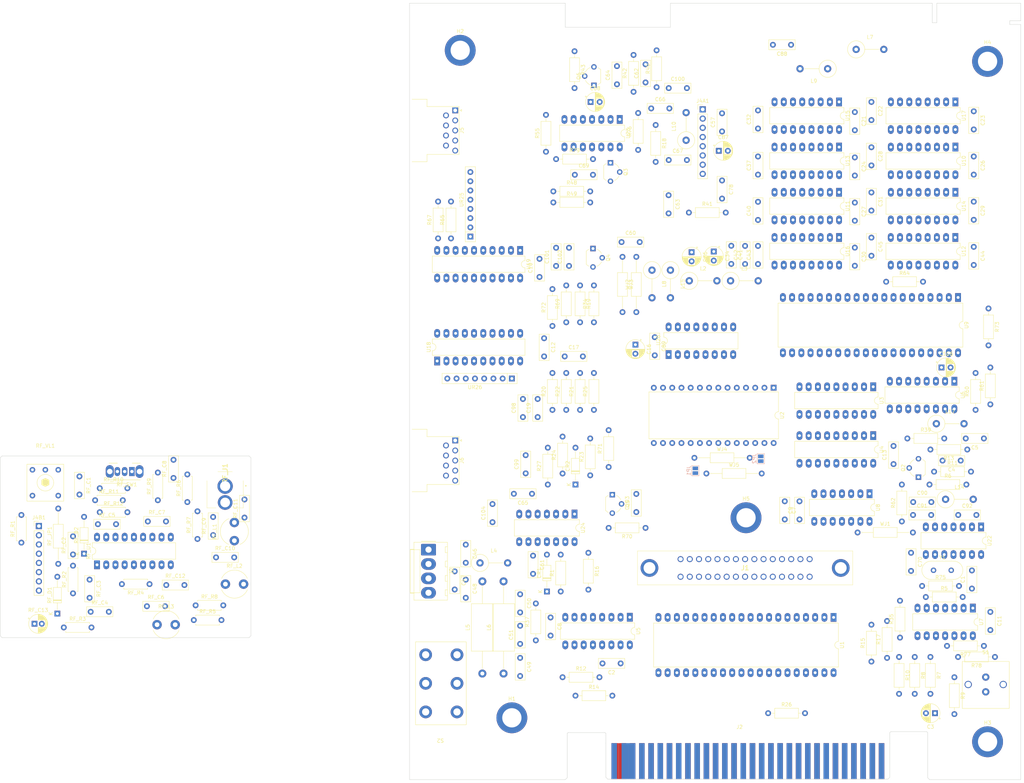
<source format=kicad_pcb>
(kicad_pcb (version 20211014) (generator pcbnew)
  (layers (0 "F.Cu" signal) (31 "B.Cu" signal) (34 "B.Paste" user) (35 "F.Paste" user) (36 "B.SilkS" user "B.Silkscreen") (37 "F.SilkS" user "F.Silkscreen") (38 "B.Mask" user) (39 "F.Mask" user) (44 "Edge.Cuts" user))
  (net 0 "")
  (net 1 "Net-(C1-Pad1)")
  (net 2 "Net-(C1-Pad2)")
  (net 3 "/clock_reset_misc_logic/EXP_RESET")
  (net 4 "GNDD")
  (net 5 "Net-(C4-Pad1)")
  (net 6 "Net-(C4-Pad2)")
  (net 7 "+5V")
  (net 8 "Net-(C17-Pad2)")
  (net 9 "Net-(C19-Pad2)")
  (net 10 "-5V")
  (net 11 "-5C")
  (net 12 "+12C")
  (net 13 "+5C")
  (net 14 "-5VL")
  (net 15 "+12VL")
  (net 16 "VDDF")
  (net 17 "Net-(C61-Pad1)")
  (net 18 "Net-(C102-Pad2)")
  (net 19 "Net-(C62-Pad1)")
  (net 20 "Net-(C63-Pad1)")
  (net 21 "Net-(C64-Pad1)")
  (net 22 "Net-(C65-Pad1)")
  (net 23 "Net-(C104-Pad2)")
  (net 24 "/rf_mod/sub_rf_mod/3")
  (net 25 "/rf_mod/sub_rf_mod/7")
  (net 26 "Net-(C68-Pad1)")
  (net 27 "Net-(C68-Pad2)")
  (net 28 "Net-(C69-Pad1)")
  (net 29 "Net-(C70-Pad1)")
  (net 30 "Net-(C70-Pad2)")
  (net 31 "/rf_mod/sub_rf_mod/8")
  (net 32 "Net-(C78-Pad2)")
  (net 33 "/rf_mod/sub_rf_mod/5")
  (net 34 "/io_ports/EXT_SOUND")
  (net 35 "Net-(C100-Pad1)")
  (net 36 "Net-(C90-Pad1)")
  (net 37 "Net-(C90-Pad2)")
  (net 38 "Net-(C91-Pad2)")
  (net 39 "Net-(C98-Pad2)")
  (net 40 "Net-(C99-Pad1)")
  (net 41 "/rf_mod/sub_rf_mod/2")
  (net 42 "Net-(C101-Pad1)")
  (net 43 "Net-(C101-Pad2)")
  (net 44 "Net-(C102-Pad1)")
  (net 45 "Net-(C103-Pad1)")
  (net 46 "Net-(C103-Pad2)")
  (net 47 "Net-(C104-Pad1)")
  (net 48 "+5VD")
  (net 49 "/clock_reset_misc_logic/INT")
  (net 50 "/cpu/D2")
  (net 51 "/decoder_logic/~{CS_hE000}")
  (net 52 "/cpu/D1")
  (net 53 "/cpu/D3")
  (net 54 "/cpu/D0")
  (net 55 "/cpu/D4")
  (net 56 "/cpu/A0")
  (net 57 "/cpu/D5")
  (net 58 "/cpu/A1")
  (net 59 "/cpu/D6")
  (net 60 "/cpu/A2")
  (net 61 "/cpu/D7")
  (net 62 "GND")
  (net 63 "/cpu/A11")
  (net 64 "/cpu/A3")
  (net 65 "/cpu/A10")
  (net 66 "/cpu/A4")
  (net 67 "/decoder_logic/~{CS_h8000}")
  (net 68 "/cpu/A13")
  (net 69 "/cpu/A14")
  (net 70 "/cpu/A5")
  (net 71 "/decoder_logic/~{CS_hA000}")
  (net 72 "/cpu/A6")
  (net 73 "/cpu/A12")
  (net 74 "/cpu/A7")
  (net 75 "/cpu/A9")
  (net 76 "/decoder_logic/~{CS_hC000}")
  (net 77 "/cpu/A8")
  (net 78 "/decoder_logic/~{CS_h4000}")
  (net 79 "/decoder_logic/~{CS_h2000}")
  (net 80 "/cpu/~{HALT}")
  (net 81 "/cpu/~{WR}")
  (net 82 "/cpu/~{NMI}")
  (net 83 "/cpu/~{BUSRQ}")
  (net 84 "/clock_reset_misc_logic/~{RESET}")
  (net 85 "/clock_reset_misc_logic/~{M1}")
  (net 86 "/decoder_logic/AUX_DECODE_1")
  (net 87 "/clock_reset_misc_logic/AUX_DECODE_2")
  (net 88 "/io_ports/EXT_VIDEO_SEL")
  (net 89 "/io_ports/EXT_VIDEO")
  (net 90 "/clock_reset_misc_logic/SND_CLK")
  (net 91 "/clock_reset_misc_logic/RESET")
  (net 92 "/io_ports/~{VDP_RESET}")
  (net 93 "Net-(J2-Pad40)")
  (net 96 "/cpu/A15")
  (net 97 "/clock_reset_misc_logic/~{CLK}")
  (net 98 "/clock_reset_misc_logic/~{RFSH}")
  (net 99 "/clock_reset_misc_logic/~{WAIT}")
  (net 100 "/clock_reset_misc_logic/~{INT}")
  (net 101 "/cpu/~{BUSAK}")
  (net 102 "/cpu/~{RD}")
  (net 103 "/cpu/~{MREQ}")
  (net 104 "/cpu/~{IORQ}")
  (net 105 "/io_ports/SND_OUT")
  (net 106 "/rf_mod/sub_rf_mod/6")
  (net 107 "Net-(J5-Pad1)")
  (net 108 "Net-(J5-Pad2)")
  (net 109 "Net-(J5-Pad3)")
  (net 110 "Net-(J5-Pad4)")
  (net 111 "Net-(J5-Pad6)")
  (net 112 "Net-(J5-Pad7)")
  (net 113 "Net-(J5-Pad9)")
  (net 114 "Net-(J6-Pad1)")
  (net 115 "Net-(J6-Pad2)")
  (net 116 "Net-(J6-Pad3)")
  (net 117 "Net-(J6-Pad4)")
  (net 118 "Net-(J6-Pad6)")
  (net 119 "Net-(J6-Pad7)")
  (net 120 "Net-(J6-Pad9)")
  (net 121 "Net-(JP1-Pad1)")
  (net 122 "Net-(JP2-Pad2)")
  (net 123 "+12V")
  (net 124 "Net-(L5-Pad1)")
  (net 125 "Net-(L6-Pad1)")
  (net 126 "/rf_mod/R-Y")
  (net 127 "/rf_mod/B-Y")
  (net 128 "/rf_mod/Y")
  (net 129 "VDDA")
  (net 130 "Net-(Q2-Pad3)")
  (net 131 "Net-(Q3-Pad1)")
  (net 132 "Net-(Q3-Pad3)")
  (net 133 "Net-(R6-Pad2)")
  (net 134 "Net-(R22-Pad2)")
  (net 135 "Net-(R23-Pad2)")
  (net 136 "/clock_reset_misc_logic/~{CTRL_READ_2}")
  (net 137 "/clock_reset_misc_logic/~{AUD_DECODE_2}")
  (net 138 "Net-(R39-Pad1)")
  (net 139 "Net-(R65-Pad2)")
  (net 140 "Net-(R77-Pad1)")
  (net 141 "Net-(RF_C1-Pad1)")
  (net 142 "Net-(RF_C3-Pad1)")
  (net 143 "Net-(RF_C3-Pad2)")
  (net 144 "Net-(RF_C5-Pad1)")
  (net 145 "Net-(RF_C6-Pad1)")
  (net 146 "Net-(RF_C12-Pad2)")
  (net 147 "Net-(RF_C7-Pad1)")
  (net 148 "Net-(RF_C7-Pad2)")
  (net 149 "Net-(RF_C10-Pad2)")
  (net 150 "Net-(RF_C10-Pad1)")
  (net 151 "Net-(RF_C11-Pad1)")
  (net 152 "Net-(RF_C12-Pad1)")
  (net 153 "Net-(RF_D2-Pad1)")
  (net 154 "Net-(RF_L2-Pad1)")
  (net 161 "/decoder_logic/~{ROM_ENABLE}")
  (net 162 "/decoder_logic/~{RAM_CS}")
  (net 163 "/clock_reset_misc_logic/RFSH")
  (net 164 "/controller/~{CTRL_READ}")
  (net 165 "/decoder_logic/~{SND_ENABLE}")
  (net 167 "/controller/~{CTRL_EN_1}")
  (net 168 "/decoder_logic/~{CSR}")
  (net 169 "/decoder_logic/~{CSW}")
  (net 171 "/controller/~{CTRL_EN_2}")
  (net 172 "Net-(U7-Pad3)")
  (net 173 "Net-(U22-Pad6)")
  (net 174 "Net-(U8-Pad2)")
  (net 175 "Net-(U10-Pad4)")
  (net 176 "Net-(U10-Pad15)")
  (net 177 "/video/AD7")
  (net 178 "/video/AD6")
  (net 179 "/video/AD5")
  (net 180 "/video/AD4")
  (net 181 "/video/AD3")
  (net 182 "/video/AD2")
  (net 183 "/video/AD1")
  (net 184 "/video/AD0")
  (net 185 "Net-(U10-Pad3)")
  (net 186 "Net-(U11-Pad14)")
  (net 187 "Net-(U13-Pad14)")
  (net 188 "Net-(U15-Pad14)")
  (net 189 "Net-(U17-Pad14)")
  (net 190 "Net-(U10-Pad14)")
  (net 191 "Net-(U12-Pad14)")
  (net 192 "Net-(U14-Pad14)")
  (net 193 "Net-(U16-Pad14)")
  (net 196 "/clock_reset_misc_logic/VDP_CLK")
  (footprint "Resistor_THT:R_Array_SIP8" (layer "F.Cu") (at 41.148 82.191 90)
    (fp_text reference "UR25")
    (fp_text value "22K")
  )
  (footprint "Capacitor_THT:C_Disc_D7.0mm_W2.5mm_P5.00mm" (layer "F.Cu") (at 179.832 85.015 -90)
    (fp_text reference "C44")
    (fp_text value "100nF")
  )
  (footprint "Capacitor_THT:C_Disc_D7.0mm_W2.5mm_P5.00mm" (layer "F.Cu") (at 54.864 194.409 90)
    (fp_text reference "C51")
    (fp_text value "100nF")
  )
  (footprint "Package_DIP:DIP-16_W7.62mm_LongPads" (layer "F.Cu") (at 174.767 57.533 -90)
    (fp_text reference "U10")
    (fp_text value "MK4116P")
  )
  (footprint "Capacitor_THT:C_Disc_D7.0mm_W2.5mm_P5.00mm" (layer "F.Cu") (at 182.626 137.807 180)
    (fp_text reference "C5")
    (fp_text value "100nF")
  )
  (footprint "Resistor_THT:R_Axial_DIN0207_L6.3mm_D2.5mm_P10.16mm_Horizontal" (layer "F.Cu") (at 163.576 198.005 -90)
    (fp_text reference "R8")
    (fp_text value "3K3")
  )
  (footprint "Resistor_THT:R_Axial_DIN0207_L6.3mm_D2.5mm_P10.16mm_Horizontal" (layer "F.Cu") (at 165.608 178.447)
    (fp_text reference "R75")
    (fp_text value "DNP")
  )
  (footprint "Inductor_THT:L_Radial_D7.5mm_P5.00mm_Fastron_07P" (layer "F.Cu") (at -26.336 177.939)
    (fp_text reference "RF_L2")
    (fp_text value "1.4uH")
  )
  (footprint "Package_DIP:DIP-18_W7.62mm_LongPads" (layer "F.Cu") (at 152.136 123.568 -90)
    (fp_text reference "U3")
    (fp_text value "SCM2114AL")
  )
  (footprint "Resistor_THT:R_Axial_DIN0207_L6.3mm_D2.5mm_P10.16mm_Horizontal" (layer "F.Cu") (at 75.184 129.933 90)
    (fp_text reference "R25")
    (fp_text value "1K5")
  )
  (footprint "Capacitor_THT:C_Disc_D7.0mm_W2.5mm_P5.00mm" (layer "F.Cu") (at 91.948 109.907 -90)
    (fp_text reference "C89")
    (fp_text value "100nF")
  )
  (footprint "Resistor_THT:R_Axial_DIN0207_L6.3mm_D2.5mm_P7.62mm_Horizontal" (layer "F.Cu") (at -82.55 166.509 90)
    (fp_text reference "RF_R1")
    (fp_text value "39K")
  )
  (footprint "Capacitor_THT:C_Disc_D7.0mm_W2.5mm_P5.00mm" (layer "F.Cu") (at 120.396 52.423 90)
    (fp_text reference "C32")
    (fp_text value "100nF")
  )
  (footprint "Connector_PinHeader_2.54mm:PinHeader_1x08_P2.54mm_Vertical" (layer "F.Cu") (at 105.156 47.144)
    (fp_text reference "J4A1")
    (fp_text value "Conn_01x08")
  )
  (footprint "Resistor_THT:R_Axial_DIN0207_L6.3mm_D2.5mm_P7.62mm_Horizontal" (layer "F.Cu") (at -70.866 189.877)
    (fp_text reference "RF_R3")
    (fp_text value "1K")
  )
  (footprint "Capacitor_THT:C_Disc_D7.0mm_W2.5mm_P5.00mm" (layer "F.Cu") (at 120.396 77.609 90)
    (fp_text reference "C40")
    (fp_text value "100nF")
  )
  (footprint "Capacitor_THT:C_Disc_D7.0mm_W2.5mm_P5.00mm" (layer "F.Cu") (at -63.754 176.709 -90)
    (fp_text reference "RF_C3")
    (fp_text value "10nF")
  )
  (footprint "Package_TO_SOT_THT:TO-92_Wide" (layer "F.Cu") (at 164.6 148.475 90)
    (fp_text reference "Q2")
    (fp_text value "2N3906")
  )
  (footprint "Capacitor_THT:C_Disc_D7.0mm_W2.5mm_P5.00mm" (layer "F.Cu") (at 179.832 60.123 -90)
    (fp_text reference "C26")
    (fp_text value "100nF")
  )
  (footprint "Capacitor_THT:C_Disc_D7.0mm_W2.5mm_P5.00mm" (layer "F.Cu") (at 39.878 176.709 -90)
    (fp_text reference "C48")
    (fp_text value "100nF")
  )
  (footprint "Resistor_THT:R_Axial_DIN0207_L6.3mm_D2.5mm_P10.16mm_Horizontal" (layer "F.Cu") (at 62.484 150.507 90)
    (fp_text reference "R27")
    (fp_text value "100K")
  )
  (footprint "Resistor_THT:R_Axial_DIN0207_L6.3mm_D2.5mm_P10.16mm_Horizontal" (layer "F.Cu") (at 87.376 58.305 90)
    (fp_text reference "R76")
    (fp_text value "1K8")
  )
  (footprint "Package_DIP:DIP-14_W7.62mm_LongPads" (layer "F.Cu") (at 69.85 158.635 -90)
    (fp_text reference "U24")
    (fp_text value "74LS00")
  )
  (footprint "Capacitor_THT:C_Disc_D7.0mm_W2.5mm_P5.00mm" (layer "F.Cu") (at 147.066 85.229 -90)
    (fp_text reference "C30")
    (fp_text value "100nF")
  )
  (footprint "Resistor_THT:R_Axial_DIN0207_L6.3mm_D2.5mm_P10.16mm_Horizontal" (layer "F.Cu") (at 66.04 179.971 90)
    (fp_text reference "R1")
    (fp_text value "1K5")
  )
  (footprint "Inductor_THT:L_Axial_L11.0mm_D4.5mm_P7.62mm_Vertical_Fastron_MECC" (layer "F.Cu") (at 139.588 35.953 180)
    (fp_text reference "L9")
    (fp_text value "42uH")
  )
  (footprint "Inductor_THT:L_Axial_L11.0mm_D4.5mm_P7.62mm_Vertical_Fastron_MECC" (layer "F.Cu") (at 112.828 94.373)
    (fp_text reference "L3")
    (fp_text value "10uH")
  )
  (footprint "Capacitor_THT:CP_Radial_D5.0mm_P2.50mm" (layer "F.Cu") (at 108.204 86.305888 -90)
    (fp_text reference "C34")
    (fp_text value "10uF")
  )
  (footprint "Resistor_THT:R_Axial_DIN0207_L6.3mm_D2.5mm_P10.16mm_Horizontal" (layer "F.Cu") (at 155.956 198.259 90)
    (fp_text reference "R17")
    (fp_text value "3K3")
  )
  (footprint "Resistor_THT:R_Axial_DIN0207_L6.3mm_D2.5mm_P10.16mm_Horizontal" (layer "F.Cu") (at 63.754 106.819 90)
    (fp_text reference "R72")
    (fp_text value "10K")
  )
  (footprint "Switches_THT:Coleco_RST" (layer "F.Cu") (at 183.134 199.243)
    (fp_text reference "S1")
    (fp_text value "SW_SPST")
  )
  (footprint "Capacitor_THT:C_Disc_D7.0mm_W2.5mm_P5.00mm" (layer "F.Cu") (at 163.148 155.333)
    (fp_text reference "C90")
    (fp_text value "47pF")
  )
  (footprint "Capacitor_THT:C_Disc_D7.0mm_W2.5mm_P5.00mm" (layer "F.Cu") (at 64.77 90.269 90)
    (fp_text reference "C101")
    (fp_text value "47nF")
  )
  (footprint "Package_DIP:DIP-16_W7.62mm_LongPads" (layer "F.Cu") (at 174.483 122.044 -90)
    (fp_text reference "U6")
    (fp_text value "74LS138")
  )
  (footprint "Switches_THT:DPDT_GF-626-0061" (layer "F.Cu") (at 33.147 216.706 180)
    (fp_text reference "S2")
    (fp_text value "SW_DPDT_x2")
  )
  (footprint "Capacitor_THT:CP_Radial_D5.0mm_P2.50mm" (layer "F.Cu") (at 109.583776 58.559)
    (fp_text reference "C87")
    (fp_text value "10uF")
  )
  (footprint "Capacitor_THT:C_Disc_D7.0mm_W2.5mm_P5.00mm" (layer "F.Cu") (at 59.69 131.925 90)
    (fp_text reference "C19")
    (fp_text value "100nF")
  )
  (footprint "Resistor_THT:R_Axial_DIN0207_L6.3mm_D2.5mm_P10.16mm_Horizontal" (layer "F.Cu") (at 64.008 69.735)
    (fp_text reference "R48")
    (fp_text value "470K")
  )
  (footprint "Inductor_THT:L_Axial_L11.0mm_D4.5mm_P7.62mm_Vertical_Fastron_MECC" (layer "F.Cu") (at 169.53 133.743)
    (fp_text reference "L17")
    (fp_text value "42uH")
  )
  (footprint "Connector_PCBEdge_EXT:Colecovision_Expansion" (layer "F.Cu") (at 115.062 228.612)
    (fp_text reference "J2")
    (fp_text value "Expansion Port")
    (fp_line (start -36.576 2.54) (end -36.576 -6.858) (layer "Edge.Cuts") (width 0.1))
    (fp_line (start 41.656 -6.858) (end 41.656 2.54) (layer "Edge.Cuts") (width 0.1))
    (fp_line (start 41.656 2.54) (end 41.148 3.048) (layer "Edge.Cuts") (width 0.1))
    (fp_line (start -36.068 3.048) (end -36.576 2.54) (layer "Edge.Cuts") (width 0.1))
    (fp_line (start 41.148 3.048) (end -36.068 3.048) (layer "Edge.Cuts") (width 0.1))
  )
  (footprint "Capacitor_THT:C_Disc_D7.0mm_W2.5mm_P5.00mm" (layer "F.Cu") (at 184.404 185.599 -90)
    (fp_text reference "C11")
    (fp_text value "100nF")
  )
  (footprint "Connector_Dsub:DSUB-9_Male_Horizontal_P2.77x2.54mm_EdgePinOffset9.40mm" (layer "F.Cu") (at 36.978331 47.421 -90)
    (fp_text reference "J5")
    (fp_text value "DB9_Male")
  )
  (footprint "Package_DIP:DIP-16_W7.62mm_LongPads" (layer "F.Cu") (at 142.733 45.082 -90)
    (fp_text reference "U15")
    (fp_text value "MK4116P")
  )
  (footprint "Capacitor_THT:CP_Radial_D5.0mm_P2.50mm" (layer "F.Cu") (at 169.164 213.499 180)
    (fp_text reference "C3")
    (fp_text value "10uF")
  )
  (footprint "Capacitor_THT:C_Disc_D7.0mm_W2.5mm_P5.00mm" (layer "F.Cu") (at -29.718 164.437 90)
    (fp_text reference "RF_C9")
    (fp_text value "82pF")
  )
  (footprint "Resistor_THT:R_Axial_DIN0207_L6.3mm_D2.5mm_P15.24mm_Horizontal" (layer "F.Cu") (at 147.828 163.715)
    (fp_text reference "WJ1")
    (fp_text value "Jumper_2_Open")
  )
  (footprint "Capacitor_THT:C_Disc_D7.0mm_W2.5mm_P5.00mm" (layer "F.Cu") (at -47.966 184.035)
    (fp_text reference "RF_C6")
    (fp_text value "82pF")
  )
  (footprint "Resistor_THT:R_Axial_DIN0207_L6.3mm_D2.5mm_P10.16mm_Horizontal" (layer "F.Cu") (at 168.91 146.951)
    (fp_text reference "R11")
    (fp_text value "180R")
  )
  (footprint "Resistor_THT:R_Axial_DIN0207_L6.3mm_D2.5mm_P10.16mm_Horizontal" (layer "F.Cu") (at 89.408 162.445 180)
    (fp_text reference "R70")
    (fp_text value "10K")
  )
  (footprint "Diode_THT:D_DO-35_SOD27_P10.16mm_Horizontal" (layer "F.Cu") (at 62.23 179.971 90)
    (fp_text reference "CR1")
    (fp_text value "1N914")
  )
  (footprint "Resistor_THT:R_Axial_DIN0207_L6.3mm_D2.5mm_P10.16mm_Horizontal" (layer "F.Cu") (at 185.674 198.005 180)
    (fp_text reference "R78")
    (fp_text value "1K")
  )
  (footprint "Package_DIP:DIP-40_W15.24mm_LongPads" (layer "F.Cu") (at 175.509 98.965 -90)
    (fp_text reference "U9")
    (fp_text value "TMS9928A")
  )
  (footprint "Resistor_THT:R_Axial_DIN0207_L6.3mm_D2.5mm_P7.62mm_Horizontal" (layer "F.Cu") (at -60.96 158.127)
    (fp_text reference "RF_R12")
    (fp_text value "15K")
  )
  (footprint "Capacitor_THT:C_Disc_D7.0mm_W2.5mm_P5.00mm" (layer "F.Cu") (at 113.03 84.721 -90)
    (fp_text reference "C41")
    (fp_text value "100nF")
  )
  (footprint "Resistor_THT:R_Axial_DIN0207_L6.3mm_D2.5mm_P7.62mm_Horizontal" (layer "F.Cu") (at -60.96 151.523)
    (fp_text reference "RF_R10")
    (fp_text value "39K")
  )
  (footprint "Capacitor_THT:C_Disc_D7.0mm_W2.5mm_P5.00mm" (layer "F.Cu") (at -47.712 160.667)
    (fp_text reference "RF_C7")
    (fp_text value "47pF")
  )
  (footprint "Capacitor_THT:C_Disc_D7.0mm_W2.5mm_P5.00mm" (layer "F.Cu") (at 90.972 46.875)
    (fp_text reference "C66")
    (fp_text value "100nF")
  )
  (footprint "Package_DIP:DIP-28_W15.24mm" (layer "F.Cu") (at 124.704 123.832 -90)
    (fp_text reference "U2")
    (fp_text value "27C256")
  )
  (footprint "Capacitor_THT:C_Disc_D7.0mm_W2.5mm_P5.00mm" (layer "F.Cu") (at 131.826 160.119 90)
    (fp_text reference "C9")
    (fp_text value "100nF")
  )
  (footprint "Resistor_THT:R_Axial_DIN0207_L6.3mm_D2.5mm_P10.16mm_Horizontal" (layer "F.Cu") (at 63.754 129.933 90)
    (fp_text reference "R20")
    (fp_text value "1K8")
  )
  (footprint "Resistor_THT:R_Axial_DIN0207_L6.3mm_D2.5mm_P10.16mm_Horizontal" (layer "F.Cu") (at 151.638 199.275 90)
    (fp_text reference "R15")
    (fp_text value "2K7")
  )
  (footprint "Capacitor_THT:C_Disc_D7.0mm_W2.5mm_P5.00mm" (layer "F.Cu") (at 54.864 198.259 -90)
    (fp_text reference "C49")
    (fp_text value "100nF")
  )
  (footprint "Capacitor_THT:C_Disc_D7.0mm_W2.5mm_P5.00mm" (layer "F.Cu") (at 39.878 167.057 -90)
    (fp_text reference "C46")
    (fp_text value "100nF")
  )
  (footprint "Resistor_THT:R_Axial_DIN0207_L6.3mm_D2.5mm_P10.16mm_Horizontal" (layer "F.Cu") (at 67.564 105.803 90)
    (fp_text reference "R69")
    (fp_text value "22K")
  )
  (footprint "Capacitor_THT:C_Disc_D7.0mm_W2.5mm_P5.00mm" (layer "F.Cu") (at 61.468 110.201 -90)
    (fp_text reference "C12")
    (fp_text value "100nF")
  )
  (footprint "Connector_Dsub:DSUB-9_Male_Horizontal_P2.77x2.54mm_EdgePinOffset9.40mm" (layer "F.Cu") (at 36.978331 138.353 -90)
    (fp_text reference "J6")
    (fp_text value "DB9_Male")
  )
  (footprint "Resistor_THT:R_Axial_DIN0207_L6.3mm_D2.5mm_P10.16mm_Horizontal" (layer "F.Cu") (at 167.64 150.507)
    (fp_text reference "R6")
    (fp_text value "820R")
  )
  (footprint "Capacitor_THT:C_Disc_D7.0mm_W2.5mm_P5.00mm" (layer "F.Cu") (at 151.638 57.583 -90)
    (fp_text reference "C28")
    (fp_text value "100nF")
  )
  (footprint "Resistor_THT:R_Axial_DIN0207_L6.3mm_D2.5mm_P10.16mm_Horizontal" (layer "F.Cu") (at 70.104 208.673)
    (fp_text reference "R14")
    (fp_text value "3K3")
  )
  (footprint "Package_TO_SOT_THT:TO-92_Wide" (layer "F.Cu") (at 80.256 153.301 -90)
    (fp_text reference "Q5")
    (fp_text value "2N3904")
  )
  (footprint "Capacitor_THT:C_Disc_D7.0mm_W2.5mm_P5.00mm" (layer "F.Cu") (at 110.49 53.225 90)
    (fp_text reference "C57")
    (fp_text value "10nF")
  )
  (footprint "Inductor_THT:L_Axial_L12.8mm_D5.8mm_P25.40mm_Horizontal_Fastron_HBCC" (layer "F.Cu") (at 44.45 202.577 90)
    (fp_text reference "L5")
    (fp_text value "12uH")
  )
  (footprint "Capacitor_THT:C_Disc_D7.0mm_W2.5mm_P5.00mm" (layer "F.Cu") (at -68.326 169.771 90)
    (fp_text reference "RF_C2")
    (fp_text value "10pF")
  )
  (footprint "MountingHole:MountingHole_5.3mm_M5_ISO14580_Pad" (layer "F.Cu") (at 52.578 214.769)
    (fp_text reference "H1")
    (fp_text value "MountingHole_Pad")
  )
  (footprint "Package_DIP:DIP-20_W7.62mm_LongPads" (layer "F.Cu") (at 54.864 85.991 -90)
    (fp_text reference "U19")
    (fp_text value "74LS541")
  )
  (footprint "MountingHole:MountingHole_5.3mm_M5_ISO14580_Pad" (layer "F.Cu") (at 117.094 159.651)
    (fp_text reference "H5")
    (fp_text value "MountingHole_Pad")
  )
  (footprint "Capacitor_THT:C_Disc_D7.0mm_W2.5mm_P5.00mm" (layer "F.Cu") (at 147.066 60.377 -90)
    (fp_text reference "C24")
    (fp_text value "100nF")
  )
  (footprint "Package_DIP:DIP-16_W7.62mm_LongPads" (layer "F.Cu") (at 85.075 187.068 -90)
    (fp_text reference "U5")
    (fp_text value "74LS138")
  )
  (footprint "Resistor_THT:R_Axial_DIN0207_L6.3mm_D2.5mm_P10.16mm_Horizontal" (layer "F.Cu") (at 75.184 105.803 90)
    (fp_text reference "R34")
    (fp_text value "3K3")
  )
  (footprint "Inductor_THT:L_Axial_L11.0mm_D4.5mm_P7.62mm_Vertical_Fastron_MECC" (layer "F.Cu") (at 100.584 55.653 90)
    (fp_text reference "L10")
    (fp_text value "10uH")
  )
  (footprint "RCJ-041:RCJ041" (layer "F.Cu") (at -26.416 150.9495 90)
    (fp_text reference "RF_J1")
    (fp_text value "RF_OUT" hide)
  )
  (footprint "Capacitor_THT:C_Disc_D7.0mm_W2.5mm_P5.00mm" (layer "F.Cu") (at 120.396 89.761 90)
    (fp_text reference "C43")
    (fp_text value "100nF")
  )
  (footprint "Capacitor_THT:C_Disc_D7.0mm_W2.5mm_P5.00mm" (layer "F.Cu") (at 82.55 199.783 180)
    (fp_text reference "C2")
    (fp_text value "100nF")
  )
  (footprint "Resistor_THT:R_Axial_DIN0207_L6.3mm_D2.5mm_P10.16mm_Horizontal" (layer "F.Cu") (at 59.182 193.433 90)
    (fp_text reference "R37")
    (fp_text value "3K3")
  )
  (footprint "Button_Switch_THT:SW_CuK_OS102011MA1QN1_SPDT_Angled" (layer "F.Cu") (at -52.102 146.919 180)
    (fp_text reference "RF_SW1")
    (fp_text value "SW_SPDT")
  )
  (footprint "Capacitor_THT:C_Disc_D7.0mm_W2.5mm_P5.00mm" (layer "F.Cu") (at 175.554 158.889)
    (fp_text reference "C92")
    (fp_text value "82pF")
  )
  (footprint "Resistor_THT:R_Axial_DIN0207_L6.3mm_D2.5mm_P10.16mm_Horizontal" (layer "F.Cu") (at 32.258 82.689 90)
    (fp_text reference "R67")
    (fp_text value "270R")
  )
  (footprint "Capacitor_THT:C_Disc_D7.0mm_W2.5mm_P5.00mm" (layer "F.Cu") (at 95.798 61.099)
    (fp_text reference "C67")
    (fp_text value "100nF")
  )
  (footprint "Capacitor_THT:C_Disc_D7.0mm_W2.5mm_P5.00mm" (layer "F.Cu") (at 147.066 47.891 -90)
    (fp_text reference "C21")
    (fp_text value "100nF")
  )
  (footprint "Capacitor_THT:C_Disc_D7.0mm_W2.5mm_P5.00mm" (layer "F.Cu") (at 176.236 143.903 180)
    (fp_text reference "C4")
    (fp_text value "68pF")
  )
  (footprint "Package_DIP:DIP-14_W7.62mm_LongPads" (layer "F.Cu") (at 179.578 184.543 -90)
    (fp_text reference "U7")
    (fp_text value "74LS05")
  )
  (footprint "Capacitor_THT:C_Disc_D7.0mm_W2.5mm_P5.00mm" (layer "F.Cu") (at -40.64 148.689 90)
    (fp_text reference "RF_C8")
    (fp_text value "10nF")
  )
  (footprint "Resistor_THT:R_Axial_DIN0207_L6.3mm_D2.5mm_P15.24mm_Horizontal" (layer "F.Cu") (at 106.172 147.459)
    (fp_text reference "WJ5")
    (fp_text value "Jumper_2_Bridged_32K_ROM")
  )
  (footprint "Resistor_THT:R_Axial_DIN0207_L6.3mm_D2.5mm_P15.24mm_Horizontal" (layer "F.Cu") (at 83.058 87.769 -90)
    (fp_text reference "WJ3")
    (fp_text value "Jumper_2_Open")
  )
  (footprint "Capacitor_THT:C_Disc_D7.0mm_W2.5mm_P5.00mm" (layer "F.Cu") (at 82.804 83.705)
    (fp_text reference "C60")
    (fp_text value "47nF")
  )
  (footprint "Capacitor_THT:C_Disc_D7.0mm_W2.5mm_P5.00mm" (layer "F.Cu") (at 89.408 39.723 90)
    (fp_text reference "C62")
    (fp_text value "470pF")
  )
  (footprint "Capacitor_THT:C_Disc_D7.0mm_W2.5mm_P5.00mm" (layer "F.Cu") (at 116.84 89.761 90)
    (fp_text reference "C42")
    (fp_text value "100nF")
  )
  (footprint "Resistor_THT:R_Axial_DIN0207_L6.3mm_D2.5mm_P10.16mm_Horizontal" (layer "F.Cu") (at 101.346 75.577)
    (fp_text reference "R41")
    (fp_text value "390R")
  )
  (footprint "Capacitor_THT:C_Disc_D7.0mm_W2.5mm_P5.00mm" (layer "F.Cu") (at 162.56 169.303 -90)
    (fp_text reference "C70")
    (fp_text value "68pF")
  )
  (footprint "Capacitor_THT:C_Disc_D7.0mm_W2.5mm_P5.00mm" (layer "F.Cu") (at -66.548 148.261 -90)
    (fp_text reference "RF_C1")
    (fp_text value "1nF")
  )
  (footprint "Capacitor_THT:C_Disc_D7.0mm_W2.5mm_P5.00mm" (layer "F.Cu") (at 58.126 153.047 180)
    (fp_text reference "C65")
    (fp_text value "10nF")
  )
  (footprint "Capacitor_THT:C_Disc_D7.0mm_W2.5mm_P5.00mm" (layer "F.Cu") (at -61.468 161.429)
    (fp_text reference "RF_C5")
    (fp_text value "47pF")
  )
  (footprint "Package_DIP:DIP-40_W15.24mm_LongPads" (layer "F.Cu") (at 141.219 187.103 -90)
    (fp_text reference "U1")
    (fp_text value "Z80CPU")
  )
  (footprint "Package_DIP:DIP-18_W7.62mm_LongPads" (layer "F.Cu") (at 152.136 137.03 -90)
    (fp_text reference "U4")
    (fp_text value "SCM2114AL")
  )
  (footprint "Resistor_THT:R_Axial_DIN0207_L6.3mm_D2.5mm_P10.16mm_Horizontal" (layer "F.Cu") (at 178.054 140.855 180)
    (fp_text reference "R13")
    (fp_text value "1K1")
  )
  (footprint "Resistor_THT:R_Axial_DIN0207_L6.3mm_D2.5mm_P10.16mm_Horizontal" (layer "F.Cu") (at 64.77 60.845)
    (fp_text reference "R79")
    (fp_text value "1K5")
  )
  (footprint "Package_DIP:DIP-16_W7.62mm_LongPads" (layer "F.Cu") (at 174.767 69.984 -90)
    (fp_text reference "U14")
    (fp_text value "MK4116P")
  )
  (footprint "Resistor_THT:R_Axial_DIN0207_L6.3mm_D2.5mm_P10.16mm_Horizontal" (layer "F.Cu") (at 35.814 82.689 90)
    (fp_text reference "R65")
    (fp_text value "270R")
  )
  (footprint "Inductor_THT:L_Axial_L11.0mm_D4.5mm_P7.62mm_Vertical_Fastron_MECC" (layer "F.Cu") (at 43.8 172.097)
    (fp_text reference "L4")
    (fp_text value "10uH")
  )
  (footprint "Capacitor_THT:C_Disc_D7.0mm_W2.5mm_P5.00mm" (layer "F.Cu") (at 120.396 65.123 90)
    (fp_text reference "C37")
    (fp_text value "100nF")
  )
  (footprint "Resistor_THT:R_Axial_DIN0207_L6.3mm_D2.5mm_P7.62mm_Horizontal" (layer "F.Cu") (at -62.23 154.825)
    (fp_text reference "RF_R11")
    (fp_text value "4K7")
  )
  (footprint "Capacitor_THT:C_Disc_D7.0mm_W2.5mm_P5.00mm" (layer "F.Cu") (at 67.136 115.201)
    (fp_text reference "C17")
    (fp_text value "100nF")
  )
  (footprint "Resistor_THT:R_Axial_DIN0207_L6.3mm_D2.5mm_P10.16mm_Horizontal" (layer "F.Cu") (at 69.85 31.127 -90)
    (fp_text reference "R43")
    (fp_text value "10K")
  )
  (footprint "Resistor_THT:R_Axial_DIN0207_L6.3mm_D2.5mm_P10.16mm_Horizontal" (layer "F.Cu") (at 184.404 128.409 90)
    (fp_text reference "R61")
    (fp_text value "1K")
  )
  (footprint "Inductor_THT:L_Axial_L11.0mm_D4.5mm_P7.62mm_Vertical_Fastron_MECC" (layer "F.Cu") (at 147.432 30.619)
    (fp_text reference "L7")
    (fp_text value "120uH")
  )
  (footprint "Resistor_THT:R_Axial_DIN0207_L6.3mm_D2.5mm_P10.16mm_Horizontal" (layer "F.Cu") (at 92.202 51.447 -90)
    (fp_text reference "R18")
    (fp_text value "1K8")
  )
  (footprint "Capacitor_THT:C_Disc_D7.0mm_W2.5mm_P5.00mm" (layer "F.Cu") (at -21.082 159.611 90)
    (fp_text reference "RF_C11")
    (fp_text value "270pF")
  )
  (footprint "Connector_PinHeader_2.54mm:PinHeader_1x08_P2.54mm_Vertical" (layer "F.Cu") (at -77.724 161.937)
    (fp_text reference "J4B1")
    (fp_text value "Conn_01x08")
  )
  (footprint "Package_TO_SOT_THT:TO-92_Wide" (layer "F.Cu") (at 79.748 61.861 -90)
    (fp_text reference "Q3")
    (fp_text value "2N3906")
  )
  (footprint "Capacitor_THT:C_Disc_D7.0mm_W2.5mm_P5.00mm" (layer "F.Cu") (at 63.246 187.123 -90)
    (fp_text reference "C8")
    (fp_text value "100nF")
  )
  (footprint "Resistor_THT:R_Axial_DIN0207_L6.3mm_D2.5mm_P10.16mm_Horizontal" (layer "F.Cu") (at 73.66 169.303 -90)
    (fp_text reference "R16")
    (fp_text value "3K3")
  )
  (footprint "Capacitor_THT:CP_Radial_D5.0mm_P2.50mm" (layer "F.Cu") (at 102.108 86.499 -90)
    (fp_text reference "C36")
    (fp_text value "10uF")
  )
  (footprint "Capacitor_THT:C_Disc_D7.0mm_W2.5mm_P5.00mm" (layer "F.Cu") (at 69.925328 65.163)
    (fp_text reference "C69")
    (fp_text value "47nF")
  )
  (footprint "Resistor_THT:R_Axial_DIN0207_L6.3mm_D2.5mm_P10.16mm_Horizontal" (layer "F.Cu") (at 66.548 147.459 90)
    (fp_text reference "R24")
    (fp_text value "100K")
  )
  (footprint "Resistor_THT:R_Axial_DIN0207_L6.3mm_D2.5mm_P10.16mm_Horizontal" (layer "F.Cu") (at 71.374 129.933 90)
    (fp_text reference "R21")
    (fp_text value "1K5")
  )
  (footprint "Capacitor_THT:CP_Radial_D5.0mm_P2.50mm" (layer "F.Cu") (at 170.944864 118.249)
    (fp_text reference "C106")
    (fp_text value "10uF")
  )
  (footprint "Capacitor_THT:C_Disc_D7.0mm_W2.5mm_P5.00mm" (layer "F.Cu") (at 81.534 40.231 90)
    (fp_text reference "C64")
    (fp_text value "120pF")
  )
  (footprint "Package_DIP:DIP-14_W7.62mm_LongPads" (layer "F.Cu") (at 151.135 153.032 -90)
    (fp_text reference "U8")
    (fp_text value "74LS74")
  )
  (footprint "Capacitor_THT:C_Disc_D7.0mm_W2.5mm_P5.00mm" (layer "F.Cu") (at 129.5 29.349 180)
    (fp_text reference "C88")
    (fp_text value "100nF")
  )
  (footprint "Capacitor_THT:C_Disc_D7.0mm_W2.5mm_P5.00mm" (layer "F.Cu") (at -42.632 178.193)
    (fp_text reference "RF_C12")
    (fp_text value "20pF")
  )
  (footprint "Capacitor_THT:C_Disc_D7.0mm_W2.5mm_P5.00mm" (layer "F.Cu") (at 95.758 70.791 -90)
    (fp_text reference "C63")
    (fp_text value "470pF")
  )
  (footprint "Diode_THT:D_DO-35_SOD27_P10.16mm_Horizontal" (layer "F.Cu") (at -65.278 169.557 90)
    (fp_text reference "RF_D2")
    (fp_text value "BB329A")
  )
  (footprint "Package_DIP:DIP-14_W7.62mm_LongPads" (layer "F.Cu") (at 82.301 49.908 -90)
    (fp_text reference "U23")
    (fp_text value "4066")
  )
  (footprint "Capacitor_THT:C_Disc_D7.0mm_W2.5mm_P5.00mm" (layer "F.Cu") (at 151.638 45.097 -90)
    (fp_text reference "C22")
    (fp_text value "100nF")
  )
  (footprint "Resistor_THT:R_Axial_DIN0207_L6.3mm_D2.5mm_P7.62mm_Horizontal" (layer "F.Cu") (at -34.036 165.493 90)
    (fp_text reference "RF_R7")
    (fp_text value "47R")
  )
  (footprint "Inductor_THT:L_Axial_L11.0mm_D4.5mm_P7.62mm_Vertical_Fastron_MECC" (layer "F.Cu") (at 101.458 94.373)
    (fp_text reference "L2")
    (fp_text value "10uH")
  )
  (footprint "Resistor_THT:R_Axial_DIN0207_L6.3mm_D2.5mm_P10.16mm_Horizontal" (layer "F.Cu") (at 161.544 137.807)
    (fp_text reference "R39")
    (fp_text value "1K")
  )
  (footprint "Resistor_THT:R_Axial_DIN0207_L6.3mm_D2.5mm_P10.16mm_Horizontal" (layer "F.Cu") (at 67.564 129.933 90)
    (fp_text reference "R22")
    (fp_text value "270R")
  )
  (footprint "Package_DIP:DIP-16_W7.62mm_LongPads" (layer "F.Cu") (at 142.733 57.533 -90)
    (fp_text reference "U13")
    (fp_text value "MK4116P")
  )
  (footprint "Resistor_THT:R_Axial_DIN0207_L6.3mm_D2.5mm_P10.16mm_Horizontal" (layer "F.Cu") (at 79.248 145.681 90)
    (fp_text reference "R71")
    (fp_text value "22K")
  )
  (footprint "Resistor_THT:R_Axial_DIN0207_L6.3mm_D2.5mm_P7.62mm_Horizontal" (layer "F.Cu") (at -35.052 187.845)
    (fp_text reference "RF_R5")
    (fp_text value "270R")
  )
  (footprint "Resistor_THT:R_Axial_DIN0207_L6.3mm_D2.5mm_P10.16mm_Horizontal" (layer "F.Cu") (at 86.106 42.303 90)
    (fp_text reference "R42")
    (fp_text value "390R")
  )
  (footprint "Inductor_THT:L_Axial_L11.0mm_D4.5mm_P7.62mm_Vertical_Fastron_MECC" (layer "F.Cu") (at 172.07 154.571)
    (fp_text reference "L14")
    (fp_text value "2.7uH")
  )
  (footprint "Diode_THT:D_DO-35_SOD27_P10.16mm_Horizontal" (layer "F.Cu") (at -72.644 186.067 90)
    (fp_text reference "RF_D1")
    (fp_text value "1N753")
  )
  (footprint "Resistor_THT:R_Axial_DIN0207_L6.3mm_D2.5mm_P10.16mm_Horizontal" (layer "F.Cu") (at 66.548 203.593)
    (fp_text reference "R12")
    (fp_text value "3K3")
  )
  (footprint "Resistor_THT:R_Axial_DIN0207_L6.3mm_D2.5mm_P10.16mm_Horizontal" (layer "F.Cu") (at 182.626 194.957 180)
    (fp_text reference "R77")
    (fp_text value "22K")
  )
  (footprint "Package_DIP:DIP-16_W7.62mm_LongPads" (layer "F.Cu") (at 174.767 45.082 -90)
    (fp_text reference "U17")
    (fp_text value "MK4116P")
  )
  (footprint "Resistor_THT:R_Axial_DIN0207_L6.3mm_D2.5mm_P7.62mm_Horizontal" (layer "F.Cu") (at -34.544 183.781)
    (fp_text reference "RF_R8")
    (fp_text value "82R")
  )
  (footprint "Capacitor_THT:C_Disc_D7.0mm_W2.5mm_P5.00mm" (layer "F.Cu") (at 179.832 72.569 -90)
    (fp_text reference "C29")
    (fp_text value "100nF")
  )
  (footprint "Inductor_THT:L_Axial_L11.0mm_D4.5mm_P7.62mm_Vertical_Fastron_MECC" (layer "F.Cu") (at 91.186 91.437 -90)
    (fp_text reference "L8")
    (fp_text value "120uH")
  )
  (footprint "Capacitor_THT:C_Disc_D7.0mm_W2.5mm_P5.00mm" (layer "F.Cu") (at 157.734 144.879 90)
    (fp_text reference "C13")
    (fp_text value "100nF")
  )
  (footprint "Package_TO_SOT_THT:TO-92_Wide" (layer "F.Cu") (at 74.93 85.483 -90)
    (fp_text reference "Q4")
    (fp_text value "2N3904")
  )
  (footprint "Inductor_THT:L_Radial_D7.5mm_P5.00mm_Fastron_07P" (layer "F.Cu") (at -45.172 189.115)
    (fp_text reference "RF_L3")
    (fp_text value "1.5uH")
  )
  (footprint "Capacitor_THT:C_Disc_D7.0mm_W2.5mm_P5.00mm" (layer "F.Cu") (at -63.46 185.559)
    (fp_text reference "RF_C4")
    (fp_text value "47pF")
  )
  (footprint "Package_DIP:DIP-16_W7.62mm_LongPads" (layer "F.Cu") (at 142.733 82.435 -90)
    (fp_text reference "U16")
    (fp_text value "MK4116P")
  )
  (footprint "Resistor_THT:R_Axial_DIN0207_L6.3mm_D2.5mm_P10.16mm_Horizontal" (layer "F.Cu") (at 74.168 147.967 90)
    (fp_text reference "R23")
    (fp_text value "270R")
  )
  (footprint "Resistor_THT:R_Axial_DIN0207_L6.3mm_D2.5mm_P10.16mm_Horizontal" (layer "F.Cu") (at 123.19 213.499)
    (fp_text reference "R26")
    (fp_text value "470R")
  )
  (footprint "Resistor_THT:R_Axial_DIN0207_L6.3mm_D2.5mm_P15.24mm_Horizontal" (layer "F.Cu") (at 102.87 143.141)
    (fp_text reference "WJ4")
    (fp_text value "Jumper_2_Bridged_32K_ROM")
  )
  (footprint "Inductor_THT:L_Axial_L11.0mm_D4.5mm_P7.62mm_Vertical_Fastron_MECC" (layer "F.Cu") (at 96.266 91.437 -90)
    (fp_text reference "L15")
    (fp_text value "42uH")
  )
  (footprint "Inductor_THT:L_Axial_L12.8mm_D5.8mm_P25.40mm_Horizontal_Fastron_HBCC" (layer "F.Cu") (at 50.292 202.577 90)
    (fp_text reference "L6")
    (fp_text value "12uH")
  )
  (footprint "Resistor_THT:R_Axial_DIN0207_L6.3mm_D2.5mm_P10.16mm_Horizontal" (layer "F.Cu") (at 159.258 198.005 -90)
    (fp_text reference "R10")
    (fp_text value "3K3")
  )
  (footprint "Package_DIP:DIP-16_W7.62mm_LongPads" (layer "F.Cu") (at 95.773 114.708 90)
    (fp_text reference "U20")
    (fp_text value "SN76489AN")
  )
  (footprint "Capacitor_THT:C_Disc_D7.0mm_W2.5mm_P5.00mm" (layer "F.Cu") (at -28.916 170.573)
    (fp_text reference "RF_C10")
    (fp_text value "10pF")
  )
  (footprint "Inductor_THT:L_Radial_D7.5mm_P5.00mm_Fastron_07P" (layer "F.Cu") (at -23.876 165.961 90)
    (fp_text reference "RF_L1")
    (fp_text value "1.4uH")
  )
  (footprint "Capacitor_THT:C_Disc_D7.0mm_W2.5mm_P5.00mm" (layer "F.Cu") (at 68.326 90.269 90)
    (fp_text reference "C102")
    (fp_text value "100pF")
  )
  (footprint "Capacitor_THT:C_Disc_D7.0mm_W2.5mm_P5.00mm" (layer "F.Cu") (at 95.798 41.287)
    (fp_text reference "C100")
    (fp_text value "100nF")
  )
  (footprint "Capacitor_THT:CP_Radial_D5.0mm_P2.50mm" (layer "F.Cu") (at 86.614 111.963888 -90)
    (fp_text reference "C16")
    (fp_text value "10uF")
  )
  (footprint "Package_DIP:DIP-20_W7.62mm_LongPads" (layer "F.Cu") (at 32.004 116.471 90)
    (fp_text reference "U18")
    (fp_text value "74LS541")
  )
  (footprint "Resistor_THT:R_Axial_DIN0207_L6.3mm_D2.5mm_P10.16mm_Horizontal" (layer "F.Cu") (at 155.702 94.627)
    (fp_text reference "R64")
    (fp_text value "1K")
  )
  (footprint "TE_5530841-2:55308412" (layer "F.Cu") (at 99.06 175.907 180)
    (fp_text reference "J1")
    (fp_text value "Cartridge Port" hide)
  )
  (footprint "Capacitor_THT:C_Disc_D7.0mm_W2.5mm_P5.00mm" (layer "F.Cu") (at 151.638 70.029 -90)
    (fp_text reference "C31")
    (fp_text value "100nF")
  )
  (footprint "Resistor_THT:R_Axial_DIN0207_L6.3mm_D2.5mm_P15.24mm_Horizontal" (layer "F.Cu") (at -72.39 172.351 90)
    (fp_text reference "RF_JP1")
    (fp_text value "Jumper_2_Bridged")
  )
  (footprint "Capacitor_THT:CP_Radial_D5.0mm_P2.50mm" (layer "F.Cu") (at 74.277776 45.097)
    (fp_text reference "C68")
    (fp_text value "10uF")
  )
  (footprint "Capacitor_THT:C_Disc_D7.0mm_W2.5mm_P5.00mm" (layer "F.Cu") (at 110.49 66.727 -90)
    (fp_text reference "C78")
    (fp_text value "10nF")
  )
  (footprint "Capacitor_THT:C_Disc_D7.0mm_W2.5mm_P5.00mm" (layer "F.Cu") (at 163.108 158.889)
    (fp_text reference "C91")
    (fp_text value "150pF")
  )
  (footprint "Capacitor_THT:C_Disc_D7.0mm_W2.5mm_P5.00mm" (layer "F.Cu") (at 36.83 174.423 -90)
    (fp_text reference "C47")
    (fp_text value "100nF")
  )
  (footprint "Resistor_THT:R_Array_SIP8" (layer "F.Cu") (at 52.578 121.297 180)
    (fp_text reference "UR26")
    (fp_text value "22K")
  )
  (footprint "Resistor_THT:R_Axial_DIN0207_L6.3mm_D2.5mm_P10.16mm_Horizontal" (layer "F.Cu") (at 180.34 129.933 90)
    (fp_text reference "R60")
    (fp_text value "47R")
  )
  (footprint "Resistor_THT:R_Axial_DIN0207_L6.3mm_D2.5mm_P10.16mm_Horizontal" (layer "F.Cu") (at 183.896 101.993 -90)
    (fp_text reference "R73")
    (fp_text value "4K7")
  )
  (footprint "Capacitor_THT:C_Disc_D7.0mm_W2.5mm_P5.00mm" (layer "F.Cu") (at 147.066 72.823 -90)
    (fp_text reference "C27")
    (fp_text value "100nF")
  )
  (footprint "Capacitor_THT:CP_Radial_D5.0mm_P2.00mm" (layer "F.Cu") (at -78.933112 188.861)
    (fp_text reference "RF_C13")
    (fp_text value "10uF")
  )
  (footprint "Package_DIP:DIP-14_W7.62mm_LongPads" (layer "F.Cu") (at 181.869 162.176 -90)
    (fp_text reference "U22")
    (fp_text value "74LS04")
  )
  (footprint "Capacitor_THT:C_Disc_D7.0mm_W2.5mm_P5.00mm" (layer "F.Cu") (at 127.762 155.119 -90)
    (fp_text reference "C7")
    (fp_text value "100nF")
  )
  (footprint "Resistor_THT:R_Axial_DIN0207_L6.3mm_D2.5mm_P7.62mm_Horizontal" (layer "F.Cu") (at -44.958 154.825 90)
    (fp_text reference "RF_R9")
    (fp_text value "8K2")
  )
  (footprint "Crystal:Crystal_HC49-U_Vertical" (layer "F.Cu") (at 168.746 174.129)
    (fp_text reference "Y1")
    (fp_text value "7.159090Mhz")
  )
  (footprint "MountingHole:MountingHole_5.3mm_M5_ISO14580_Pad" (layer "F.Cu") (at 38.354 30.873)
    (fp_text reference "H2")
    (fp_text value "MountingHole_Pad")
  )
  (footprint "Resistor_THT:R_Axial_DIN0207_L6.3mm_D2.5mm_P10.16mm_Horizontal" (layer "F.Cu") (at 64.008 72.783)
    (fp_text reference "R49")
    (fp_text value "10K")
  )
  (footprint "Resistor_THT:R_Axial_DIN0207_L6.3mm_D2.5mm_P7.62mm_Horizontal" (layer "F.Cu") (at -47.244 177.939 180)
    (fp_text reference "RF_R4")
    (fp_text value "1K")
  )
  (footprint "Capacitor_THT:C_Disc_D7.0mm_W2.5mm_P5.00mm" (layer "F.Cu") (at 179.324 179.169 90)
    (fp_text reference "C1")
    (fp_text value "10nF")
  )
  (footprint "Package_TO_SOT_THT:TO-92_Wide" (layer "F.Cu") (at 75.192 40.525 90)
    (fp_text reference "Q6")
    (fp_text value "2N3906")
  )
  (footprint "Capacitor_THT:C_Disc_D7.0mm_W2.5mm_P5.00mm" (layer "F.Cu") (at 86.868 158.087 90)
    (fp_text reference "C103")
    (fp_text value "47nF")
  )
  (footprint "MountingHole:MountingHole_5.3mm_M5_ISO14580_Pad" (layer "F.Cu") (at 183.642 33.921)
    (fp_text reference "H4")
    (fp_text value "MountingHole_Pad")
  )
  (footprint "Resistor_THT:R_Axial_DIN0207_L6.3mm_D2.5mm_P10.16mm_Horizontal" (layer "F.Cu") (at 160.02 160.667 90)
    (fp_text reference "R62")
    (fp_text value "270R")
  )
  (footprint "Resistor_THT:R_Axial_DIN0207_L6.3mm_D2.5mm_P7.62mm_Horizontal" (layer "F.Cu") (at -68.326 180.479 90)
    (fp_text reference "RF_R2")
    (fp_text value "1K")
  )
  (footprint "Resistor_THT:R_Axial_DIN0207_L6.3mm_D2.5mm_P10.16mm_Horizontal" (layer "F.Cu") (at 92.456 41.033 90)
    (fp_text reference "R40")
    (fp_text value "390R")
  )
  (footprint "Resistor_THT:R_Axial_DIN0207_L6.3mm_D2.5mm_P10.16mm_Horizontal" (layer "F.Cu") (at 174.498 203.593 -90)
    (fp_text reference "R9")
    (fp_text value "1M")
  )
  (footprint "Diode_THT:D_DO-35_SOD27_P10.16mm_Horizontal" (layer "F.Cu") (at 70.104 150.507 90)
    (fp_text reference "CR2")
    (fp_text value "1N914")
  )
  (footprint "Resistor_THT:R_Axial_DIN0207_L6.3mm_D2.5mm_P10.16mm_Horizontal" (layer "F.Cu") (at 159.512 192.671 90)
    (fp_text reference "R35")
    (fp_text value "3K3")
  )
  (footprint "Capacitor_THT:C_Disc_D7.0mm_W2.5mm_P5.00mm" (layer "F.Cu") (at 151.638 82.475 -90)
    (fp_text reference "C45")
    (fp_text value "100nF")
  )
  (footprint "Resistor_THT:R_Axial_DIN0207_L6.3mm_D2.5mm_P10.16mm_Horizontal" (layer "F.Cu") (at 71.374 95.643 -90)
    (fp_text reference "R19")
    (fp_text value "1K8")
  )
  (footprint "Connector_Molex:Molex_KK-396_A-41791-0004_1x04_P3.96mm_Vertical" (layer "F.Cu") (at 29.613 168.443 -90)
    (fp_text reference "J0")
    (fp_text value "Conn_01x04")
  )
  (footprint "Package_DIP:DIP-18_W7.62mm_LongPads" (layer "F.Cu") (at -61.712 172.62 90)
    (fp_text reference "RF_U1")
    (fp_text value "LM1889")
  )
  (footprint "Resistor_THT:R_Axial_DIN0207_L6.3mm_D2.5mm_P10.16mm_Horizontal" (layer "F.Cu") (at 61.976 58.813 90)
    (fp_text reference "R55")
    (fp_text value "1K8")
  )
  (footprint "Capacitor_THT:C_Disc_D7.0mm_W2.5mm_P5.00mm" (layer "F.Cu") (at 47.244 160.881 90)
    (fp_text reference "C104")
    (fp_text value "100pF")
  )
  (footprint "Capacitor_THT:C_Disc_D7.0mm_W2.5mm_P5.00mm" (layer "F.Cu") (at 60.198 93.317 90)
    (fp_text reference "C10")
    (fp_text value "100nF")
  )
  (footprint "Capacitor_THT:C_Disc_D7.0mm_W2.5mm_P5.00mm" (layer "F.Cu") (at 58.42 170.105 -90)
    (fp_text reference "C61")
    (fp_text value "10nF")
  )
  (footprint "Variable_Inductors:Sumida_73279" (layer "F.Cu") (at -75.946 149.999)
    (fp_text reference "RF_VL1")
    (fp_text value "Sumida_73279")
  )
  (footprint "Resistor_THT:R_Axial_DIN0207_L6.3mm_D2.5mm_P10.16mm_Horizontal" (layer "F.Cu") (at 166.624 181.495)
    (fp_text reference "R5")
    (fp_text value "820R")
  )
  (footprint "MountingHole:MountingHole_5.3mm_M5_ISO14580_Pad" (layer "F.Cu") (at 183.642 221.373)
    (fp_text reference "H3")
    (fp_text value "MountingHole_Pad")
  )
  (footprint "Package_DIP:DIP-16_W7.62mm_LongPads" (layer "F.Cu") (at 142.733 69.984 -90)
    (fp_text reference "U11")
    (fp_text value "MK4116P")
  )
  (footprint "Capacitor_THT:C_Disc_D7.0mm_W2.5mm_P5.00mm" (layer "F.Cu") (at 55.626 131.925 90)
    (fp_text reference "C98")
    (fp_text value "10nF")
  )
  (footprint "Resistor_THT:R_Axial_DIN0207_L6.3mm_D2.5mm_P10.16mm_Horizontal" (layer "F.Cu") (at 167.894 198.005 -90)
    (fp_text reference "R7")
    (fp_text value "91K")
  )
  (footprint "Resistor_THT:R_Axial_DIN0207_L6.3mm_D2.5mm_P7.62mm_Horizontal" (layer "F.Cu") (at -36.83 155.333 90)
    (fp_text reference "RF_R6")
    (fp_text value "270R")
  )
  (footprint "Resistor_THT:R_Axial_DIN0207_L6.3mm_D2.5mm_P15.24mm_Horizontal" (layer "F.Cu") (at 86.868 103.009 90)
    (fp_text reference "WJ2")
    (fp_text value "Jumper_2_Bridged")
  )
  (footprint "Capacitor_THT:C_Disc_D7.0mm_W2.5mm_P5.00mm" (layer "F.Cu") (at 56.388 147.419 90)
    (fp_text reference "C99")
    (fp_text value "10nF")
  )
  (footprint "Package_DIP:DIP-16_W7.62mm_LongPads" (layer "F.Cu") (at 174.752 82.435 -90)
    (fp_text reference "U12")
    (fp_text value "MK4116P")
  )
  (footprint "Capacitor_THT:C_Disc_D7.0mm_W2.5mm_P5.00mm" (layer "F.Cu") (at 54.864 180.733 -90)
    (fp_text reference "C50")
    (fp_text value "100nF")
  )
  (footprint "Capacitor_THT:C_Disc_D7.0mm_W2.5mm_P5.00mm" (layer "F.Cu") (at 179.832 47.677 -90)
    (fp_text reference "C23")
    (fp_text value "100nF")
  )
  (footprint "Jumper:SolderJumper-2_P1.3mm_Open_Pad1.0x1.5mm" (layer "B.Cu") (at 121.158 143.395 -90)
    (fp_text reference "JP2")
    (fp_text value "SolderJumper_2_Open")
  )
  (footprint "Jumper:SolderJumper-2_P1.3mm_Open_Pad1.0x1.5mm" (layer "B.Cu") (at 103.124 146.697 -90)
    (fp_text reference "JP1")
    (fp_text value "SolderJumper_2_Open")
  )
  (gr_line (start 156.718 218.833) (end 156.972 218.579) (layer "Edge.Cuts") (width 0.1))
  (gr_line (start 24.384 231.787) (end 67.31 231.787) (layer "Edge.Cuts") (width 0.1))
  (gr_line (start 169.672 23.253) (end 168.402 23.253) (layer "Edge.Cuts") (width 0.1))
  (gr_line (start -88.392 192.163) (end -88.392 143.141) (layer "Edge.Cuts") (width 0.1))
  (gr_line (start 168.402 23.253) (end 168.402 17.919) (layer "Edge.Cuts") (width 0.1))
  (gr_line (start 96.266 24.523) (end 67.31 24.523) (layer "Edge.Cuts") (width 0.1))
  (gr_line (start 168.402 17.919) (end 96.266 17.919) (layer "Edge.Cuts") (width 0.1))
  (gr_line (start 189.738 22.745) (end 192.786 22.745) (layer "Edge.Cuts") (width 0.1))
  (gr_line (start -88.392 192.163) (end -87.884 192.671) (layer "Edge.Cuts") (width 0.1))
  (gr_line (start 156.718 221.754) (end 156.718 218.833) (layer "Edge.Cuts") (width 0.1))
  (gr_line (start 192.786 231.787) (end 192.786 23.761) (layer "Edge.Cuts") (width 0.1))
  (gr_line (start 78.232 218.833) (end 78.486 219.087) (layer "Edge.Cuts") (width 0.1))
  (gr_line (start 67.31 24.523) (end 67.31 17.919) (layer "Edge.Cuts") (width 0.1))
  (gr_line (start 67.31 231.787) (end 67.818 231.279) (layer "Edge.Cuts") (width 0.1))
  (gr_line (start 169.672 17.919) (end 169.672 23.253) (layer "Edge.Cuts") (width 0.1))
  (gr_line (start 192.786 17.919) (end 169.672 17.919) (layer "Edge.Cuts") (width 0.1))
  (gr_line (start 167.64 231.787) (end 192.786 231.787) (layer "Edge.Cuts") (width 0.1))
  (gr_line (start 96.266 17.919) (end 96.266 24.523) (layer "Edge.Cuts") (width 0.1))
  (gr_line (start 192.786 22.745) (end 192.786 17.919) (layer "Edge.Cuts") (width 0.1))
  (gr_line (start -87.884 192.671) (end -19.812 192.671) (layer "Edge.Cuts") (width 0.1))
  (gr_line (start -19.812 142.633) (end -19.304 143.141) (layer "Edge.Cuts") (width 0.1))
  (gr_line (start -87.884 142.633) (end -88.392 143.141) (layer "Edge.Cuts") (width 0.1))
  (gr_line (start 24.384 17.919) (end 24.384 231.787) (layer "Edge.Cuts") (width 0.1))
  (gr_line (start 67.818 231.279) (end 67.818 219.087) (layer "Edge.Cuts") (width 0.1))
  (gr_line (start 167.132 218.833) (end 167.132 231.279) (layer "Edge.Cuts") (width 0.1))
  (gr_line (start 67.31 17.919) (end 24.384 17.919) (layer "Edge.Cuts") (width 0.1))
  (gr_line (start 189.738 23.761) (end 189.738 22.745) (layer "Edge.Cuts") (width 0.1))
  (gr_line (start -19.812 192.671) (end -19.304 192.163) (layer "Edge.Cuts") (width 0.1))
  (gr_line (start -87.884 142.633) (end -19.812 142.633) (layer "Edge.Cuts") (width 0.1))
  (gr_line (start 67.818 219.087) (end 68.072 218.833) (layer "Edge.Cuts") (width 0.1))
  (gr_line (start 166.878 218.579) (end 167.132 218.833) (layer "Edge.Cuts") (width 0.1))
  (gr_line (start 78.486 219.087) (end 78.486 221.754) (layer "Edge.Cuts") (width 0.1))
  (gr_line (start -19.304 192.163) (end -19.304 143.141) (layer "Edge.Cuts") (width 0.1))
  (gr_line (start 167.132 231.279) (end 167.64 231.787) (layer "Edge.Cuts") (width 0.1))
  (gr_line (start 192.786 23.761) (end 189.738 23.761) (layer "Edge.Cuts") (width 0.1))
  (gr_line (start 156.972 218.579) (end 166.878 218.579) (layer "Edge.Cuts") (width 0.1))
  (gr_line (start 68.072 218.833) (end 78.232 218.833) (layer "Edge.Cuts") (width 0.1))
)
</source>
